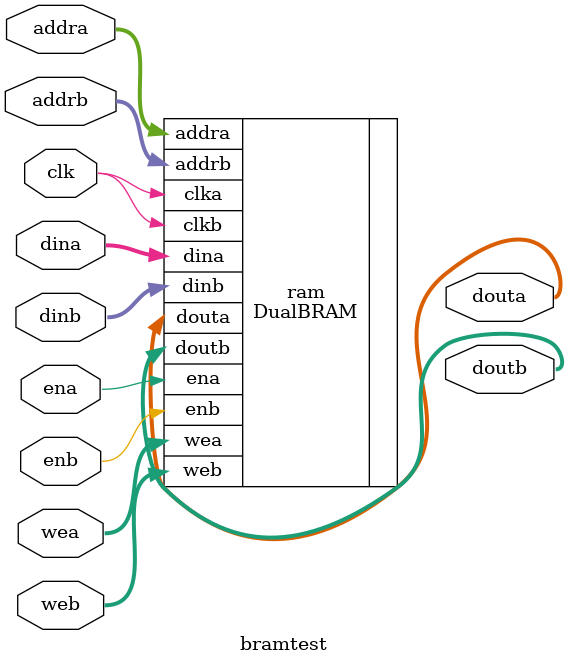
<source format=v>
`timescale 1ns / 1ps


module bramtest(
        input clk,
        input ena, 
        input [3:0] wea,
        input [31:0] addra,
        input [31:0] dina,
        output [31:0] douta,
        input enb,
        input [3:0] web,
        input [31:0] addrb,
        input [31:0] dinb,
        output [31:0] doutb
    );
    
    DualBRAM ram(
        .clka(clk),
        .ena(ena),
        .wea(wea),
        .addra(addra),
        .dina(dina),
        .douta(douta),
        .clkb(clk),
        .enb(enb),
        .web(web),
        .addrb(addrb),
        .dinb(dinb),
        .doutb(doutb)
    );
endmodule

</source>
